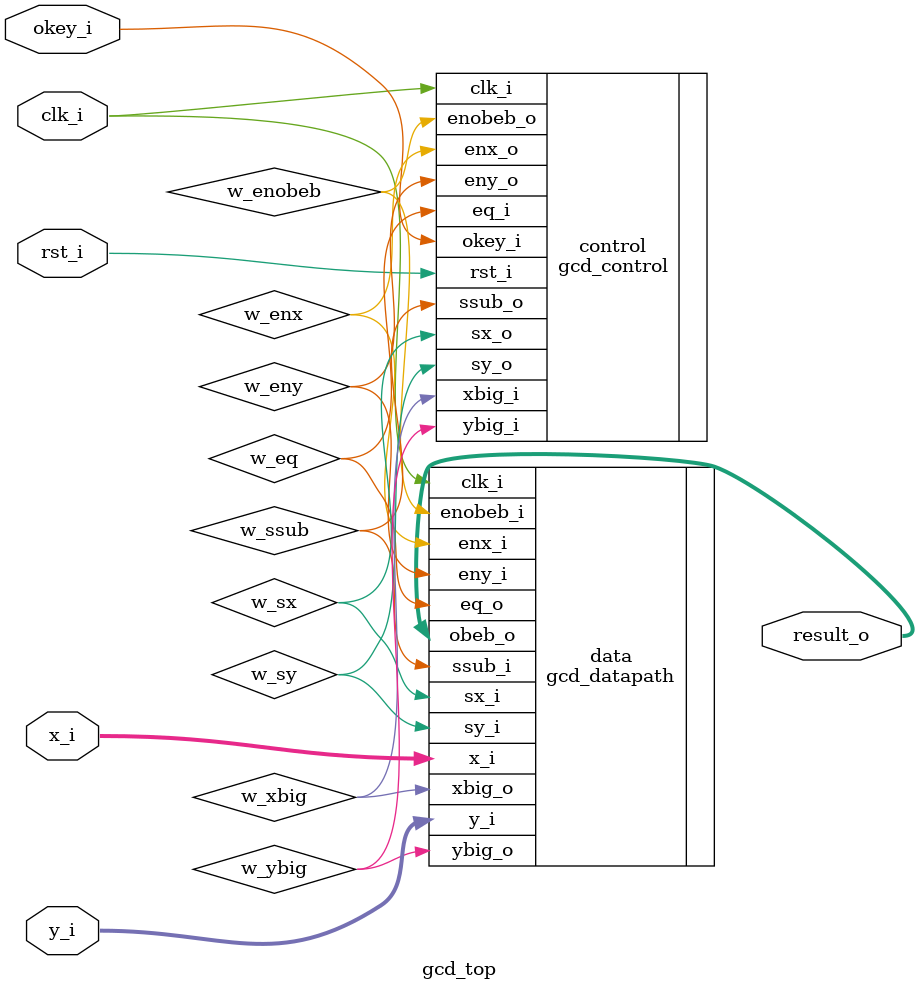
<source format=v>
module gcd_top #(parameter DATA_BITS_TOP = 4)(
	input 			            okey_i,
	input			            rst_i,
	input			            clk_i,
	input 	[DATA_BITS_TOP-1:0]	x_i,
	input 	[DATA_BITS_TOP-1:0]	y_i,
	output	[DATA_BITS_TOP-1:0] result_o
);
	
wire w_sx;
wire w_sy;
wire w_ssub;
wire w_enx;
wire w_eny;
wire w_enobeb;
wire w_xbig;
wire w_ybig;
wire w_eq;

//Datapath Instantiation: 
gcd_datapath #(.DATA_BITS(DATA_BITS_TOP)) data(
                                               .x_i      (x_i),
                                               .y_i      (y_i),
                                               .sx_i     (w_sx),
                                               .sy_i     (w_sy),
                                               .ssub_i   (w_ssub),
                                               .enx_i    (w_enx),
                                               .eny_i    (w_eny),
                                               .enobeb_i (w_enobeb),
                                               .clk_i    (clk_i),
                                               .obeb_o   (result_o),
                                               .xbig_o   (w_xbig),
                                               .ybig_o   (w_ybig),
                                               .eq_o     (w_eq)
                                               );
//Control Unit Instantiation:                                                
gcd_control control(
			        .okey_i   (okey_i),
			        .rst_i    (rst_i),
			        .xbig_i   (w_xbig),
			        .ybig_i   (w_ybig),
			        .eq_i     (w_eq),
			        .clk_i    (clk_i),
			        .sx_o     (w_sx),
			        .sy_o     (w_sy),
			        .ssub_o   (w_ssub),
			        .enx_o    (w_enx),
			        .eny_o    (w_eny),
			        .enobeb_o (w_enobeb)	
	                );
	                
endmodule


</source>
